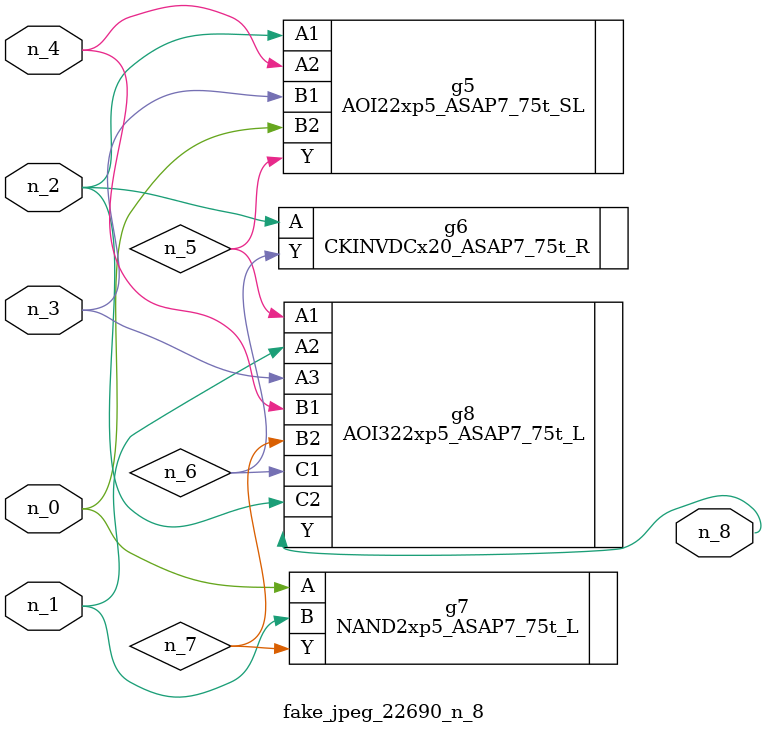
<source format=v>
module fake_jpeg_22690_n_8 (n_3, n_2, n_1, n_0, n_4, n_8);

input n_3;
input n_2;
input n_1;
input n_0;
input n_4;

output n_8;

wire n_6;
wire n_5;
wire n_7;

AOI22xp5_ASAP7_75t_SL g5 ( 
.A1(n_2),
.A2(n_4),
.B1(n_3),
.B2(n_0),
.Y(n_5)
);

CKINVDCx20_ASAP7_75t_R g6 ( 
.A(n_2),
.Y(n_6)
);

NAND2xp5_ASAP7_75t_L g7 ( 
.A(n_0),
.B(n_1),
.Y(n_7)
);

AOI322xp5_ASAP7_75t_L g8 ( 
.A1(n_5),
.A2(n_1),
.A3(n_3),
.B1(n_4),
.B2(n_7),
.C1(n_6),
.C2(n_2),
.Y(n_8)
);


endmodule
</source>
